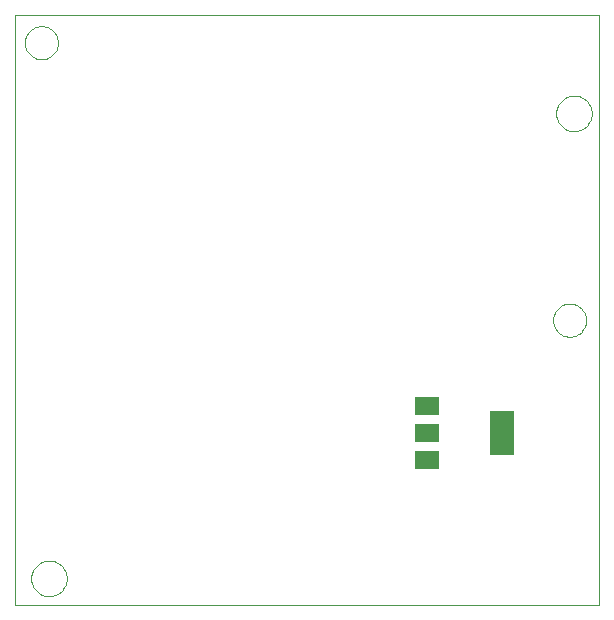
<source format=gtp>
G75*
%MOIN*%
%OFA0B0*%
%FSLAX24Y24*%
%IPPOS*%
%LPD*%
%AMOC8*
5,1,8,0,0,1.08239X$1,22.5*
%
%ADD10C,0.0000*%
%ADD11R,0.0790X0.0590*%
%ADD12R,0.0790X0.1500*%
D10*
X000100Y001383D02*
X000100Y021068D01*
X019592Y021068D01*
X019592Y001383D01*
X000100Y001383D01*
X000653Y002277D02*
X000655Y002325D01*
X000661Y002373D01*
X000671Y002420D01*
X000684Y002466D01*
X000702Y002511D01*
X000722Y002555D01*
X000747Y002597D01*
X000775Y002636D01*
X000805Y002673D01*
X000839Y002707D01*
X000876Y002739D01*
X000914Y002768D01*
X000955Y002793D01*
X000998Y002815D01*
X001043Y002833D01*
X001089Y002847D01*
X001136Y002858D01*
X001184Y002865D01*
X001232Y002868D01*
X001280Y002867D01*
X001328Y002862D01*
X001376Y002853D01*
X001422Y002841D01*
X001467Y002824D01*
X001511Y002804D01*
X001553Y002781D01*
X001593Y002754D01*
X001631Y002724D01*
X001666Y002691D01*
X001698Y002655D01*
X001728Y002617D01*
X001754Y002576D01*
X001776Y002533D01*
X001796Y002489D01*
X001811Y002444D01*
X001823Y002397D01*
X001831Y002349D01*
X001835Y002301D01*
X001835Y002253D01*
X001831Y002205D01*
X001823Y002157D01*
X001811Y002110D01*
X001796Y002065D01*
X001776Y002021D01*
X001754Y001978D01*
X001728Y001937D01*
X001698Y001899D01*
X001666Y001863D01*
X001631Y001830D01*
X001593Y001800D01*
X001553Y001773D01*
X001511Y001750D01*
X001467Y001730D01*
X001422Y001713D01*
X001376Y001701D01*
X001328Y001692D01*
X001280Y001687D01*
X001232Y001686D01*
X001184Y001689D01*
X001136Y001696D01*
X001089Y001707D01*
X001043Y001721D01*
X000998Y001739D01*
X000955Y001761D01*
X000914Y001786D01*
X000876Y001815D01*
X000839Y001847D01*
X000805Y001881D01*
X000775Y001918D01*
X000747Y001957D01*
X000722Y001999D01*
X000702Y002043D01*
X000684Y002088D01*
X000671Y002134D01*
X000661Y002181D01*
X000655Y002229D01*
X000653Y002277D01*
X018049Y010883D02*
X018051Y010930D01*
X018057Y010976D01*
X018067Y011022D01*
X018080Y011067D01*
X018098Y011110D01*
X018119Y011152D01*
X018143Y011192D01*
X018171Y011229D01*
X018202Y011264D01*
X018236Y011297D01*
X018272Y011326D01*
X018311Y011352D01*
X018352Y011375D01*
X018395Y011394D01*
X018439Y011410D01*
X018484Y011422D01*
X018530Y011430D01*
X018577Y011434D01*
X018623Y011434D01*
X018670Y011430D01*
X018716Y011422D01*
X018761Y011410D01*
X018805Y011394D01*
X018848Y011375D01*
X018889Y011352D01*
X018928Y011326D01*
X018964Y011297D01*
X018998Y011264D01*
X019029Y011229D01*
X019057Y011192D01*
X019081Y011152D01*
X019102Y011110D01*
X019120Y011067D01*
X019133Y011022D01*
X019143Y010976D01*
X019149Y010930D01*
X019151Y010883D01*
X019149Y010836D01*
X019143Y010790D01*
X019133Y010744D01*
X019120Y010699D01*
X019102Y010656D01*
X019081Y010614D01*
X019057Y010574D01*
X019029Y010537D01*
X018998Y010502D01*
X018964Y010469D01*
X018928Y010440D01*
X018889Y010414D01*
X018848Y010391D01*
X018805Y010372D01*
X018761Y010356D01*
X018716Y010344D01*
X018670Y010336D01*
X018623Y010332D01*
X018577Y010332D01*
X018530Y010336D01*
X018484Y010344D01*
X018439Y010356D01*
X018395Y010372D01*
X018352Y010391D01*
X018311Y010414D01*
X018272Y010440D01*
X018236Y010469D01*
X018202Y010502D01*
X018171Y010537D01*
X018143Y010574D01*
X018119Y010614D01*
X018098Y010656D01*
X018080Y010699D01*
X018067Y010744D01*
X018057Y010790D01*
X018051Y010836D01*
X018049Y010883D01*
X018153Y017777D02*
X018155Y017825D01*
X018161Y017873D01*
X018171Y017920D01*
X018184Y017966D01*
X018202Y018011D01*
X018222Y018055D01*
X018247Y018097D01*
X018275Y018136D01*
X018305Y018173D01*
X018339Y018207D01*
X018376Y018239D01*
X018414Y018268D01*
X018455Y018293D01*
X018498Y018315D01*
X018543Y018333D01*
X018589Y018347D01*
X018636Y018358D01*
X018684Y018365D01*
X018732Y018368D01*
X018780Y018367D01*
X018828Y018362D01*
X018876Y018353D01*
X018922Y018341D01*
X018967Y018324D01*
X019011Y018304D01*
X019053Y018281D01*
X019093Y018254D01*
X019131Y018224D01*
X019166Y018191D01*
X019198Y018155D01*
X019228Y018117D01*
X019254Y018076D01*
X019276Y018033D01*
X019296Y017989D01*
X019311Y017944D01*
X019323Y017897D01*
X019331Y017849D01*
X019335Y017801D01*
X019335Y017753D01*
X019331Y017705D01*
X019323Y017657D01*
X019311Y017610D01*
X019296Y017565D01*
X019276Y017521D01*
X019254Y017478D01*
X019228Y017437D01*
X019198Y017399D01*
X019166Y017363D01*
X019131Y017330D01*
X019093Y017300D01*
X019053Y017273D01*
X019011Y017250D01*
X018967Y017230D01*
X018922Y017213D01*
X018876Y017201D01*
X018828Y017192D01*
X018780Y017187D01*
X018732Y017186D01*
X018684Y017189D01*
X018636Y017196D01*
X018589Y017207D01*
X018543Y017221D01*
X018498Y017239D01*
X018455Y017261D01*
X018414Y017286D01*
X018376Y017315D01*
X018339Y017347D01*
X018305Y017381D01*
X018275Y017418D01*
X018247Y017457D01*
X018222Y017499D01*
X018202Y017543D01*
X018184Y017588D01*
X018171Y017634D01*
X018161Y017681D01*
X018155Y017729D01*
X018153Y017777D01*
X000443Y020133D02*
X000445Y020180D01*
X000451Y020226D01*
X000461Y020272D01*
X000474Y020317D01*
X000492Y020360D01*
X000513Y020402D01*
X000537Y020442D01*
X000565Y020479D01*
X000596Y020514D01*
X000630Y020547D01*
X000666Y020576D01*
X000705Y020602D01*
X000746Y020625D01*
X000789Y020644D01*
X000833Y020660D01*
X000878Y020672D01*
X000924Y020680D01*
X000971Y020684D01*
X001017Y020684D01*
X001064Y020680D01*
X001110Y020672D01*
X001155Y020660D01*
X001199Y020644D01*
X001242Y020625D01*
X001283Y020602D01*
X001322Y020576D01*
X001358Y020547D01*
X001392Y020514D01*
X001423Y020479D01*
X001451Y020442D01*
X001475Y020402D01*
X001496Y020360D01*
X001514Y020317D01*
X001527Y020272D01*
X001537Y020226D01*
X001543Y020180D01*
X001545Y020133D01*
X001543Y020086D01*
X001537Y020040D01*
X001527Y019994D01*
X001514Y019949D01*
X001496Y019906D01*
X001475Y019864D01*
X001451Y019824D01*
X001423Y019787D01*
X001392Y019752D01*
X001358Y019719D01*
X001322Y019690D01*
X001283Y019664D01*
X001242Y019641D01*
X001199Y019622D01*
X001155Y019606D01*
X001110Y019594D01*
X001064Y019586D01*
X001017Y019582D01*
X000971Y019582D01*
X000924Y019586D01*
X000878Y019594D01*
X000833Y019606D01*
X000789Y019622D01*
X000746Y019641D01*
X000705Y019664D01*
X000666Y019690D01*
X000630Y019719D01*
X000596Y019752D01*
X000565Y019787D01*
X000537Y019824D01*
X000513Y019864D01*
X000492Y019906D01*
X000474Y019949D01*
X000461Y019994D01*
X000451Y020040D01*
X000445Y020086D01*
X000443Y020133D01*
D11*
X013860Y008023D03*
X013860Y007123D03*
X013860Y006223D03*
D12*
X016340Y007133D03*
M02*

</source>
